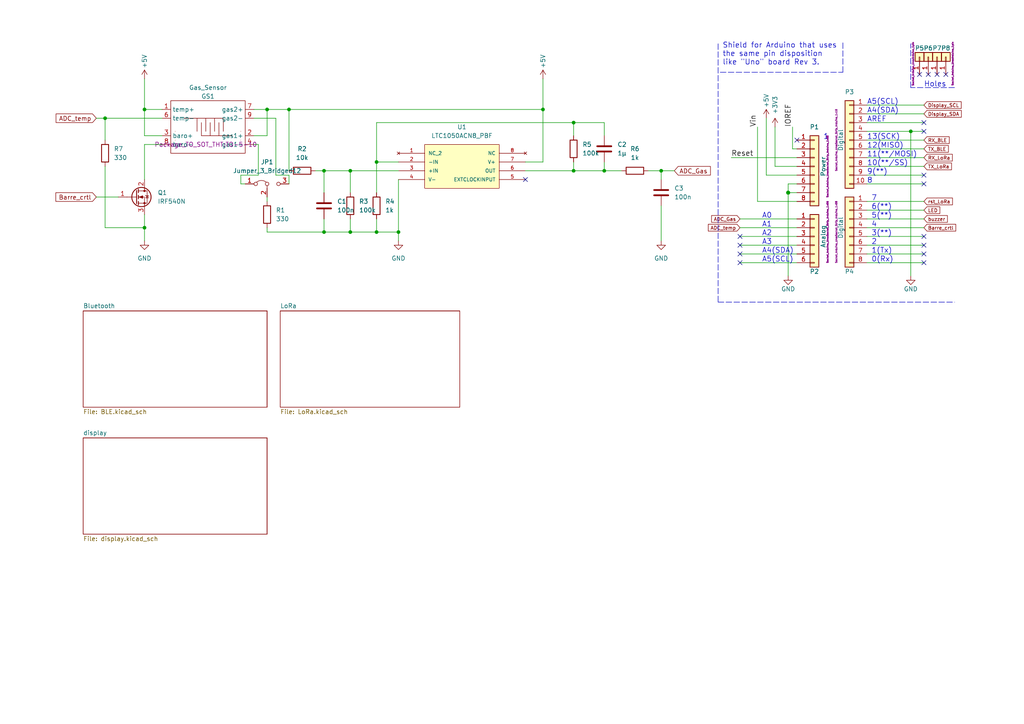
<source format=kicad_sch>
(kicad_sch (version 20211123) (generator eeschema)
  (paper "A4")
  (title_block (date "lun. 30 mars 2015"))
  (lib_symbols
    (symbol "Connector_Generic:Conn_01x01" (pin_names (offset 1.016) hide)
      (property "Reference" "J" (at 0 2.54 0))
      (property "Value" "Conn_01x01" (at 0 -2.54 0))
      (symbol "Conn_01x01_1_1"
        (rectangle (start -1.27 0.127) (end 0 -0.127) (stroke (width 0.1524)))
        (rectangle (start -1.27 1.27) (end 1.27 -1.27) (stroke (width 0.254)) (fill (type background)))
        (pin passive line (at -5.08 0 0) (length 3.81) (name "Pin_1") (number "1"))
      )
    )
    (symbol "Connector_Generic:Conn_01x06" (pin_names (offset 1.016) hide)
      (property "Reference" "J" (at 0 7.62 0))
      (property "Value" "Conn_01x06" (at 0 -10.16 0))
      (symbol "Conn_01x06_1_1"
        (rectangle (start -1.27 -7.493) (end 0 -7.747) (stroke (width 0.1524)))
        (rectangle (start -1.27 -4.953) (end 0 -5.207) (stroke (width 0.1524)))
        (rectangle (start -1.27 -2.413) (end 0 -2.667) (stroke (width 0.1524)))
        (rectangle (start -1.27 0.127) (end 0 -0.127) (stroke (width 0.1524)))
        (rectangle (start -1.27 2.667) (end 0 2.413) (stroke (width 0.1524)))
        (rectangle (start -1.27 5.207) (end 0 4.953) (stroke (width 0.1524)))
        (rectangle (start -1.27 6.35) (end 1.27 -8.89) (stroke (width 0.254)) (fill (type background)))
        (pin passive line (at -5.08 5.08 0) (length 3.81) (name "Pin_1") (number "1"))
        (pin passive line (at -5.08 2.54 0) (length 3.81) (name "Pin_2") (number "2"))
        (pin passive line (at -5.08 0 0) (length 3.81) (name "Pin_3") (number "3"))
        (pin passive line (at -5.08 -2.54 0) (length 3.81) (name "Pin_4") (number "4"))
        (pin passive line (at -5.08 -5.08 0) (length 3.81) (name "Pin_5") (number "5"))
        (pin passive line (at -5.08 -7.62 0) (length 3.81) (name "Pin_6") (number "6"))
      )
    )
    (symbol "Connector_Generic:Conn_01x08" (pin_names (offset 1.016) hide)
      (property "Reference" "J" (at 0 10.16 0))
      (property "Value" "Conn_01x08" (at 0 -12.7 0))
      (symbol "Conn_01x08_1_1"
        (rectangle (start -1.27 -10.033) (end 0 -10.287) (stroke (width 0.1524)))
        (rectangle (start -1.27 -7.493) (end 0 -7.747) (stroke (width 0.1524)))
        (rectangle (start -1.27 -4.953) (end 0 -5.207) (stroke (width 0.1524)))
        (rectangle (start -1.27 -2.413) (end 0 -2.667) (stroke (width 0.1524)))
        (rectangle (start -1.27 0.127) (end 0 -0.127) (stroke (width 0.1524)))
        (rectangle (start -1.27 2.667) (end 0 2.413) (stroke (width 0.1524)))
        (rectangle (start -1.27 5.207) (end 0 4.953) (stroke (width 0.1524)))
        (rectangle (start -1.27 7.747) (end 0 7.493) (stroke (width 0.1524)))
        (rectangle (start -1.27 8.89) (end 1.27 -11.43) (stroke (width 0.254)) (fill (type background)))
        (pin passive line (at -5.08 7.62 0) (length 3.81) (name "Pin_1") (number "1"))
        (pin passive line (at -5.08 5.08 0) (length 3.81) (name "Pin_2") (number "2"))
        (pin passive line (at -5.08 2.54 0) (length 3.81) (name "Pin_3") (number "3"))
        (pin passive line (at -5.08 0 0) (length 3.81) (name "Pin_4") (number "4"))
        (pin passive line (at -5.08 -2.54 0) (length 3.81) (name "Pin_5") (number "5"))
        (pin passive line (at -5.08 -5.08 0) (length 3.81) (name "Pin_6") (number "6"))
        (pin passive line (at -5.08 -7.62 0) (length 3.81) (name "Pin_7") (number "7"))
        (pin passive line (at -5.08 -10.16 0) (length 3.81) (name "Pin_8") (number "8"))
      )
    )
    (symbol "Connector_Generic:Conn_01x10" (pin_names (offset 1.016) hide)
      (property "Reference" "J" (at 0 12.7 0))
      (property "Value" "Conn_01x10" (at 0 -15.24 0))
      (symbol "Conn_01x10_1_1"
        (rectangle (start -1.27 -12.573) (end 0 -12.827) (stroke (width 0.1524)))
        (rectangle (start -1.27 -10.033) (end 0 -10.287) (stroke (width 0.1524)))
        (rectangle (start -1.27 -7.493) (end 0 -7.747) (stroke (width 0.1524)))
        (rectangle (start -1.27 -4.953) (end 0 -5.207) (stroke (width 0.1524)))
        (rectangle (start -1.27 -2.413) (end 0 -2.667) (stroke (width 0.1524)))
        (rectangle (start -1.27 0.127) (end 0 -0.127) (stroke (width 0.1524)))
        (rectangle (start -1.27 2.667) (end 0 2.413) (stroke (width 0.1524)))
        (rectangle (start -1.27 5.207) (end 0 4.953) (stroke (width 0.1524)))
        (rectangle (start -1.27 7.747) (end 0 7.493) (stroke (width 0.1524)))
        (rectangle (start -1.27 10.287) (end 0 10.033) (stroke (width 0.1524)))
        (rectangle (start -1.27 11.43) (end 1.27 -13.97) (stroke (width 0.254)) (fill (type background)))
        (pin passive line (at -5.08 10.16 0) (length 3.81) (name "Pin_1") (number "1"))
        (pin passive line (at -5.08 -12.7 0) (length 3.81) (name "Pin_10") (number "10"))
        (pin passive line (at -5.08 7.62 0) (length 3.81) (name "Pin_2") (number "2"))
        (pin passive line (at -5.08 5.08 0) (length 3.81) (name "Pin_3") (number "3"))
        (pin passive line (at -5.08 2.54 0) (length 3.81) (name "Pin_4") (number "4"))
        (pin passive line (at -5.08 0 0) (length 3.81) (name "Pin_5") (number "5"))
        (pin passive line (at -5.08 -2.54 0) (length 3.81) (name "Pin_6") (number "6"))
        (pin passive line (at -5.08 -5.08 0) (length 3.81) (name "Pin_7") (number "7"))
        (pin passive line (at -5.08 -7.62 0) (length 3.81) (name "Pin_8") (number "8"))
        (pin passive line (at -5.08 -10.16 0) (length 3.81) (name "Pin_9") (number "9"))
      )
    )
    (symbol "Device:C" (pin_numbers hide) (pin_names (offset 0.254))
      (property "Reference" "C" (at 0.635 2.54 0))
      (property "Value" "C" (at 0.635 -2.54 0))
      (symbol "C_0_1"
        (polyline (pts (xy -2.032 -0.762) (xy 2.032 -0.762)) (stroke (width 0.508)))
        (polyline (pts (xy -2.032 0.762) (xy 2.032 0.762)) (stroke (width 0.508)))
      )
      (symbol "C_1_1"
        (pin passive line (at 0 3.81 270) (length 2.794) (name "~") (number "1"))
        (pin passive line (at 0 -3.81 90) (length 2.794) (name "~") (number "2"))
      )
    )
    (symbol "Device:R" (pin_numbers hide) (pin_names (offset 0))
      (property "Reference" "R" (at 2.032 0 90))
      (property "Value" "R" (at 0 0 90))
      (symbol "R_0_1"
        (rectangle (start -1.016 -2.54) (end 1.016 2.54) (stroke (width 0.254)))
      )
      (symbol "R_1_1"
        (pin passive line (at 0 3.81 270) (length 1.27) (name "~") (number "1"))
        (pin passive line (at 0 -3.81 90) (length 1.27) (name "~") (number "2"))
      )
    )
    (symbol "Jumper:Jumper_3_Bridged12" (pin_names (offset 0) hide)
      (property "Reference" "JP" (at -2.54 -2.54 0))
      (property "Value" "Jumper_3_Bridged12" (at 0 2.794 0))
      (symbol "Jumper_3_Bridged12_0_0"
        (circle (center -3.302 0) (radius 0.508))
        (circle (center 0 0) (radius 0.508))
        (circle (center 3.302 0) (radius 0.508))
      )
      (symbol "Jumper_3_Bridged12_0_1"
        (arc (start -0.254 0.508) (mid -1.651 0.9912) (end -3.048 0.508))
        (polyline (pts (xy 0 -1.27) (xy 0 -0.508)))
      )
      (symbol "Jumper_3_Bridged12_1_1"
        (pin passive line (at -6.35 0 0) (length 2.54) (name "A") (number "1"))
        (pin passive line (at 0 -3.81 90) (length 2.54) (name "C") (number "2"))
        (pin passive line (at 6.35 0 180) (length 2.54) (name "B") (number "3"))
      )
    )
    (symbol "LTC1050ACN8_PBF:LTC1050ACN8_PBF" (pin_names (offset 1.016))
      (property "Reference" "U?" (at 19.05 6.35 0))
      (property "Value" "LTC1050ACN8_PBF" (at 19.05 3.81 0))
      (symbol "LTC1050ACN8_PBF_0_0"
        (rectangle (start 7.62 2.54) (end 29.21 -10.16) (stroke (width 0.1524)) (fill (type background)))
        (pin no_connect line (at 0 0 0) (length 7.62) (name "NC_2") (number "1"))
        (pin input line (at 0 -2.54 0) (length 7.62) (name "-IN") (number "2"))
        (pin input line (at 0 -5.08 0) (length 7.62) (name "+IN") (number "3"))
        (pin power_in line (at 0 -7.62 0) (length 7.62) (name "V-") (number "4"))
        (pin input line (at 36.83 -7.62 180) (length 7.62) (name "EXTCLOCKINPUT") (number "5"))
        (pin output line (at 36.83 -5.08 180) (length 7.62) (name "OUT") (number "6"))
        (pin power_in line (at 36.83 -2.54 180) (length 7.62) (name "V+") (number "7"))
        (pin no_connect line (at 36.83 0 180) (length 7.62) (name "NC") (number "8"))
      )
    )
    (symbol "New_Library:Gas_Sensor"
      (property "Reference" "GS1" (at -0.635 13.97 0))
      (property "Value" "Gas_Sensor" (at -0.635 16.51 0))
      (property "Footprint" "Package_TO_SOT_THT:TO-5-10" (at -1.27 0 0))
      (symbol "Gas_Sensor_0_0"
        (pin passive line (at 12.7 10.16 180) (length 2.54) (name "gas2+") (number "7"))
        (pin passive line (at 12.7 7.62 180) (length 2.54) (name "gas2-") (number "9"))
      )
      (symbol "Gas_Sensor_0_1"
        (rectangle (start -10.16 -1.27) (end -10.16 -1.27))
        (rectangle (start -10.16 1.27) (end -10.16 1.27))
        (rectangle (start -10.16 3.81) (end -10.16 3.81))
        (polyline (pts (xy -2.54 6.35) (xy -2.54 2.54) (xy 5.08 2.54) (xy 2.54 2.54) (xy 2.54 6.35) (xy 2.54 2.54) (xy 0 2.54) (xy 0 6.35) (xy 0 2.54) (xy 6.35 2.54)))
        (polyline (pts (xy -6.35 7.62) (xy -7.62 7.62) (xy -6.35 7.62) (xy 3.81 7.62) (xy 3.81 3.81) (xy 3.81 7.62) (xy 1.27 7.62) (xy 1.27 3.81) (xy 1.27 7.62) (xy -1.27 7.62) (xy -1.27 3.81) (xy -1.27 7.62) (xy -3.81 7.62) (xy -3.81 3.81)))
        (rectangle (start 8.89 1.27) (end 8.89 1.27))
        (rectangle (start 8.89 3.81) (end 8.89 3.81))
        (rectangle (start 10.16 -2.54) (end -11.43 12.7))
      )
      (symbol "Gas_Sensor_1_1"
        (pin passive line (at -13.97 10.16 0) (length 2.54) (name "temp+") (number "1"))
        (pin passive line (at 12.7 2.54 180) (length 2.54) (name "gas1+") (number "2"))
        (pin passive line (at -13.97 2.54 0) (length 2.54) (name "baro+") (number "3"))
        (pin passive line (at 12.7 0 180) (length 2.54) (name "gas1-") (number "4"))
        (pin passive line (at -13.97 7.62 0) (length 2.54) (name "temp-") (number "6"))
        (pin passive line (at -13.97 0 0) (length 2.54) (name "baro-") (number "8"))
      )
    )
    (symbol "Transistor_FET:IRF540N" (pin_names hide)
      (property "Reference" "Q" (at 6.35 1.905 0))
      (property "Value" "IRF540N" (at 6.35 0 0))
      (symbol "IRF540N_0_1"
        (polyline (pts (xy 0.254 0) (xy -2.54 0)))
        (polyline (pts (xy 0.254 1.905) (xy 0.254 -1.905)) (stroke (width 0.254)))
        (polyline (pts (xy 0.762 -1.27) (xy 0.762 -2.286)) (stroke (width 0.254)))
        (polyline (pts (xy 0.762 0.508) (xy 0.762 -0.508)) (stroke (width 0.254)))
        (polyline (pts (xy 0.762 2.286) (xy 0.762 1.27)) (stroke (width 0.254)))
        (polyline (pts (xy 2.54 2.54) (xy 2.54 1.778)))
        (polyline (pts (xy 2.54 -2.54) (xy 2.54 0) (xy 0.762 0)))
        (polyline (pts (xy 0.762 -1.778) (xy 3.302 -1.778) (xy 3.302 1.778) (xy 0.762 1.778)))
        (polyline (pts (xy 1.016 0) (xy 2.032 0.381) (xy 2.032 -0.381) (xy 1.016 0)) (fill (type outline)))
        (polyline (pts (xy 2.794 0.508) (xy 2.921 0.381) (xy 3.683 0.381) (xy 3.81 0.254)))
        (polyline (pts (xy 3.302 0.381) (xy 2.921 -0.254) (xy 3.683 -0.254) (xy 3.302 0.381)))
        (circle (center 1.651 0) (radius 2.794) (stroke (width 0.254)))
        (circle (center 2.54 -1.778) (radius 0.254) (fill (type outline)))
        (circle (center 2.54 1.778) (radius 0.254) (fill (type outline)))
      )
      (symbol "IRF540N_1_1"
        (pin input line (at -5.08 0 0) (length 2.54) (name "G") (number "1"))
        (pin passive line (at 2.54 5.08 270) (length 2.54) (name "D") (number "2"))
        (pin passive line (at 2.54 -5.08 90) (length 2.54) (name "S") (number "3"))
      )
    )
    (symbol "power:+3.3V" (power) (pin_names (offset 0))
      (property "Value" "+3.3V" (at 0 3.556 0))
      (symbol "+3.3V_0_1"
        (polyline (pts (xy -0.762 1.27) (xy 0 2.54)))
        (polyline (pts (xy 0 0) (xy 0 2.54)))
        (polyline (pts (xy 0 2.54) (xy 0.762 1.27)))
      )
      (symbol "+3.3V_1_1"
        (pin power_in line (at 0 0 90) (length 0) hide (name "+3V3") (number "1"))
      )
    )
    (symbol "power:+5V" (power) (pin_names (offset 0))
      (property "Value" "+5V" (at 0 3.556 0))
      (symbol "+5V_0_1"
        (polyline (pts (xy -0.762 1.27) (xy 0 2.54)))
        (polyline (pts (xy 0 0) (xy 0 2.54)))
        (polyline (pts (xy 0 2.54) (xy 0.762 1.27)))
      )
      (symbol "+5V_1_1"
        (pin power_in line (at 0 0 90) (length 0) hide (name "+5V") (number "1"))
      )
    )
    (symbol "power:GND" (power) (pin_names (offset 0))
      (property "Value" "GND" (at 0 -3.81 0))
      (symbol "GND_0_1"
        (polyline (pts (xy 0 0) (xy 0 -1.27) (xy 1.27 -1.27) (xy 0 -2.54) (xy -1.27 -1.27) (xy 0 -1.27)))
      )
      (symbol "GND_1_1"
        (pin power_in line (at 0 0 270) (length 0) hide (name "GND") (number "1"))
      )
    )
  )
  (junction (at 175.26 49.53))
  (junction (at 109.22 67.31))
  (junction (at 77.47 31.75))
  (junction (at 166.37 35.56))
  (junction (at 191.77 49.53))
  (junction (at 115.57 67.31))
  (junction (at 166.37 49.53))
  (junction (at 101.6 49.53))
  (junction (at 228.6 55.88) (diameter 1.016))
  (junction (at 41.91 31.75))
  (junction (at 30.48 34.29))
  (junction (at 264.16 38.1))
  (junction (at 93.98 67.31))
  (junction (at 157.48 31.75))
  (junction (at 83.82 31.75))
  (junction (at 93.98 49.53))
  (junction (at 41.91 66.04))
  (junction (at 109.22 46.99))
  (junction (at 101.6 67.31))
  (no_connect (at 214.63 76.2))
  (no_connect (at 267.97 71.12))
  (no_connect (at 267.97 76.2))
  (no_connect (at 214.63 73.66))
  (no_connect (at 271.78 21.59))
  (no_connect (at 267.97 53.34))
  (no_connect (at 266.7 21.59))
  (no_connect (at 267.97 35.56))
  (no_connect (at 214.63 68.58))
  (no_connect (at 269.24 21.59))
  (no_connect (at 274.32 21.59))
  (no_connect (at 267.97 38.1))
  (no_connect (at 214.63 71.12))
  (no_connect (at 231.14 40.64))
  (no_connect (at 267.97 73.66))
  (no_connect (at 152.4 52.07))
  (no_connect (at 267.97 50.8))
  (no_connect (at 267.97 68.58))
  (wire (pts (xy 152.4 46.99) (xy 157.48 46.99)))
  (wire (pts (xy 73.66 34.29) (xy 80.01 34.29)))
  (wire (pts (xy 30.48 48.26) (xy 30.48 66.04)))
  (wire (pts (xy 109.22 35.56) (xy 109.22 46.99)))
  (wire (pts (xy 231.14 48.26) (xy 224.79 48.26)))
  (wire (pts (xy 91.44 49.53) (xy 93.98 49.53)))
  (wire (pts (xy 83.82 31.75) (xy 83.82 49.53)))
  (wire (pts (xy 214.63 71.12) (xy 231.14 71.12)))
  (wire (pts (xy 27.94 57.15) (xy 34.29 57.15)))
  (wire (pts (xy 214.63 66.04) (xy 231.14 66.04)))
  (wire (pts (xy 251.46 68.58) (xy 267.97 68.58)))
  (wire (pts (xy 191.77 59.69) (xy 191.77 69.85)))
  (polyline (pts (xy 244.475 20.955) (xy 244.475 12.065)) (stroke (width 0) (type dash)))
  (wire (pts (xy 30.48 66.04) (xy 41.91 66.04)))
  (wire (pts (xy 251.46 63.5) (xy 267.97 63.5)))
  (wire (pts (xy 109.22 67.31) (xy 115.57 67.31)))
  (wire (pts (xy 83.82 53.34) (xy 83.82 50.8)))
  (wire (pts (xy 77.47 66.04) (xy 77.47 67.31)))
  (wire (pts (xy 251.46 43.18) (xy 267.97 43.18)))
  (wire (pts (xy 73.66 39.37) (xy 77.47 39.37)))
  (wire (pts (xy 73.66 41.91) (xy 74.93 41.91)))
  (wire (pts (xy 228.6 53.34) (xy 228.6 55.88)))
  (wire (pts (xy 175.26 46.99) (xy 175.26 49.53)))
  (wire (pts (xy 264.16 38.1) (xy 264.16 80.01)))
  (wire (pts (xy 231.14 53.34) (xy 228.6 53.34)))
  (wire (pts (xy 71.12 53.34) (xy 69.85 53.34)))
  (wire (pts (xy 251.46 71.12) (xy 267.97 71.12)))
  (wire (pts (xy 109.22 46.99) (xy 109.22 55.88)))
  (wire (pts (xy 77.47 31.75) (xy 77.47 39.37)))
  (wire (pts (xy 109.22 35.56) (xy 166.37 35.56)))
  (wire (pts (xy 69.85 53.34) (xy 69.85 50.8)))
  (wire (pts (xy 251.46 53.34) (xy 267.97 53.34)))
  (wire (pts (xy 229.87 43.18) (xy 231.14 43.18)))
  (wire (pts (xy 115.57 46.99) (xy 109.22 46.99)))
  (wire (pts (xy 231.14 50.8) (xy 222.25 50.8)))
  (wire (pts (xy 228.6 55.88) (xy 228.6 80.01)))
  (wire (pts (xy 77.47 67.31) (xy 93.98 67.31)))
  (wire (pts (xy 109.22 63.5) (xy 109.22 67.31)))
  (wire (pts (xy 251.46 40.64) (xy 267.97 40.64)))
  (wire (pts (xy 41.91 41.91) (xy 41.91 52.07)))
  (wire (pts (xy 251.46 58.42) (xy 267.97 58.42)))
  (wire (pts (xy 74.93 41.91) (xy 74.93 50.8)))
  (wire (pts (xy 46.99 41.91) (xy 41.91 41.91)))
  (wire (pts (xy 30.48 34.29) (xy 30.48 40.64)))
  (wire (pts (xy 101.6 63.5) (xy 101.6 67.31)))
  (wire (pts (xy 115.57 52.07) (xy 115.57 67.31)))
  (wire (pts (xy 73.66 31.75) (xy 77.47 31.75)))
  (wire (pts (xy 101.6 67.31) (xy 109.22 67.31)))
  (wire (pts (xy 231.14 58.42) (xy 219.71 58.42)))
  (wire (pts (xy 157.48 46.99) (xy 157.48 31.75)))
  (wire (pts (xy 166.37 35.56) (xy 175.26 35.56)))
  (wire (pts (xy 166.37 35.56) (xy 166.37 39.37)))
  (wire (pts (xy 166.37 49.53) (xy 175.26 49.53)))
  (wire (pts (xy 41.91 31.75) (xy 41.91 39.37)))
  (wire (pts (xy 115.57 67.31) (xy 115.57 69.85)))
  (wire (pts (xy 264.16 38.1) (xy 267.97 38.1)))
  (wire (pts (xy 93.98 49.53) (xy 93.98 55.88)))
  (wire (pts (xy 214.63 63.5) (xy 231.14 63.5)))
  (wire (pts (xy 27.94 34.29) (xy 30.48 34.29)))
  (wire (pts (xy 191.77 49.53) (xy 191.77 52.07)))
  (wire (pts (xy 214.63 73.66) (xy 231.14 73.66)))
  (polyline (pts (xy 276.86 25.4) (xy 264.16 25.4)) (stroke (width 0) (type dash)))
  (wire (pts (xy 83.82 50.8) (xy 80.01 50.8)))
  (wire (pts (xy 41.91 62.23) (xy 41.91 66.04)))
  (wire (pts (xy 83.82 31.75) (xy 157.48 31.75)))
  (wire (pts (xy 231.14 45.72) (xy 212.09 45.72)))
  (wire (pts (xy 251.46 38.1) (xy 264.16 38.1)))
  (wire (pts (xy 231.14 55.88) (xy 228.6 55.88)))
  (wire (pts (xy 251.46 50.8) (xy 267.97 50.8)))
  (wire (pts (xy 101.6 49.53) (xy 101.6 55.88)))
  (wire (pts (xy 46.99 34.29) (xy 30.48 34.29)))
  (wire (pts (xy 219.71 58.42) (xy 219.71 36.83)))
  (polyline (pts (xy 208.28 87.63) (xy 276.86 87.63)) (stroke (width 0) (type dash)))
  (wire (pts (xy 152.4 49.53) (xy 166.37 49.53)))
  (wire (pts (xy 214.63 76.2) (xy 231.14 76.2)))
  (wire (pts (xy 251.46 73.66) (xy 267.97 73.66)))
  (polyline (pts (xy 264.16 25.4) (xy 264.16 12.7)) (stroke (width 0) (type dash)))
  (wire (pts (xy 251.46 60.96) (xy 267.97 60.96)))
  (wire (pts (xy 93.98 49.53) (xy 101.6 49.53)))
  (wire (pts (xy 93.98 63.5) (xy 93.98 67.31)))
  (wire (pts (xy 222.25 34.29) (xy 222.25 50.8)))
  (wire (pts (xy 251.46 33.02) (xy 267.97 33.02)))
  (wire (pts (xy 251.46 66.04) (xy 267.97 66.04)))
  (wire (pts (xy 41.91 66.04) (xy 41.91 69.85)))
  (wire (pts (xy 251.46 30.48) (xy 267.97 30.48)))
  (wire (pts (xy 251.46 35.56) (xy 267.97 35.56)))
  (polyline (pts (xy 208.28 12.7) (xy 208.28 87.63)) (stroke (width 0) (type dash)))
  (wire (pts (xy 187.96 49.53) (xy 191.77 49.53)))
  (wire (pts (xy 251.46 45.72) (xy 267.97 45.72)))
  (wire (pts (xy 175.26 49.53) (xy 180.34 49.53)))
  (wire (pts (xy 69.85 50.8) (xy 74.93 50.8)))
  (wire (pts (xy 229.87 36.83) (xy 229.87 43.18)))
  (wire (pts (xy 93.98 67.31) (xy 101.6 67.31)))
  (wire (pts (xy 41.91 31.75) (xy 46.99 31.75)))
  (wire (pts (xy 166.37 46.99) (xy 166.37 49.53)))
  (wire (pts (xy 41.91 22.86) (xy 41.91 31.75)))
  (wire (pts (xy 80.01 34.29) (xy 80.01 50.8)))
  (wire (pts (xy 251.46 76.2) (xy 267.97 76.2)))
  (wire (pts (xy 251.46 48.26) (xy 267.97 48.26)))
  (wire (pts (xy 157.48 31.75) (xy 157.48 22.86)))
  (wire (pts (xy 46.99 39.37) (xy 41.91 39.37)))
  (wire (pts (xy 77.47 57.15) (xy 77.47 58.42)))
  (wire (pts (xy 77.47 31.75) (xy 83.82 31.75)))
  (wire (pts (xy 175.26 35.56) (xy 175.26 39.37)))
  (wire (pts (xy 214.63 68.58) (xy 231.14 68.58)))
  (wire (pts (xy 224.79 36.83) (xy 224.79 48.26)))
  (wire (pts (xy 115.57 49.53) (xy 101.6 49.53)))
  (polyline (pts (xy 208.915 20.955) (xy 244.475 20.955)) (stroke (width 0) (type dash)))
  (wire (pts (xy 191.77 49.53) (xy 195.58 49.53)))
  (text "A5(SCL)" (at 220.98 76.2 0) (effects (font (size 1.524 1.524)) (justify left bottom)))
  (text "A5(SCL)" (at 251.46 30.48 0) (effects (font (size 1.524 1.524)) (justify left bottom)))
  (text "6(**)" (at 252.73 60.96 0) (effects (font (size 1.524 1.524)) (justify left bottom)))
  (text "10(**/SS)" (at 251.46 48.26 0) (effects (font (size 1.524 1.524)) (justify left bottom)))
  (text "3(**)" (at 252.73 68.58 0) (effects (font (size 1.524 1.524)) (justify left bottom)))
  (text "2" (at 252.73 71.12 0) (effects (font (size 1.524 1.524)) (justify left bottom)))
  (text "A3" (at 220.98 71.12 0) (effects (font (size 1.524 1.524)) (justify left bottom)))
  (text "0(Rx)" (at 252.73 76.2 0) (effects (font (size 1.524 1.524)) (justify left bottom)))
  (text "9(**)" (at 251.46 50.8 0) (effects (font (size 1.524 1.524)) (justify left bottom)))
  (text "Holes" (at 267.97 25.4 0) (effects (font (size 1.524 1.524)) (justify left bottom)))
  (text "1(Tx)" (at 252.73 73.66 0) (effects (font (size 1.524 1.524)) (justify left bottom)))
  (text "Shield for Arduino that uses\nthe same pin disposition\nlike \"Uno\" board Rev 3." (at 209.55 19.05 0) (effects (font (size 1.524 1.524)) (justify left bottom)))
  (text "8" (at 251.46 53.34 0) (effects (font (size 1.524 1.524)) (justify left bottom)))
  (text "5(**)" (at 252.73 63.5 0) (effects (font (size 1.524 1.524)) (justify left bottom)))
  (text "A2" (at 220.98 68.58 0) (effects (font (size 1.524 1.524)) (justify left bottom)))
  (text "7" (at 252.73 58.42 0) (effects (font (size 1.524 1.524)) (justify left bottom)))
  (text "A0" (at 220.98 63.5 0) (effects (font (size 1.524 1.524)) (justify left bottom)))
  (text "12(MISO)" (at 251.46 43.18 0) (effects (font (size 1.524 1.524)) (justify left bottom)))
  (text "A4(SDA)" (at 220.98 73.66 0) (effects (font (size 1.524 1.524)) (justify left bottom)))
  (text "4" (at 252.73 66.04 0) (effects (font (size 1.524 1.524)) (justify left bottom)))
  (text "AREF" (at 251.46 35.56 0) (effects (font (size 1.524 1.524)) (justify left bottom)))
  (text "A1" (at 220.98 66.04 0) (effects (font (size 1.524 1.524)) (justify left bottom)))
  (text "A4(SDA)" (at 251.46 33.02 0) (effects (font (size 1.524 1.524)) (justify left bottom)))
  (text "1" (at 238.76 40.64 0) (effects (font (size 1.524 1.524)) (justify left bottom)))
  (text "13(SCK)" (at 251.46 40.64 0) (effects (font (size 1.524 1.524)) (justify left bottom)))
  (text "11(**/MOSI)" (at 251.46 45.72 0) (effects (font (size 1.524 1.524)) (justify left bottom)))
  (label "Vin" (at 219.71 36.83 90) (effects (font (size 1.524 1.524))))
  (label "Reset" (at 212.09 45.72 0) (effects (font (size 1.524 1.524))))
  (label "IOREF" (at 229.87 36.83 90) (effects (font (size 1.524 1.524))))
  (global_label "Display_SCL" (shape input) (at 267.97 30.48 0) (effects (font (size 1 1))) (property "Intersheet References" "${INTERSHEET_REFS}" (effects hide)))
  (global_label "buzzer" (shape input) (at 267.97 63.5 0) (effects (font (size 1 1))) (property "Intersheet References" "${INTERSHEET_REFS}" (effects hide)))
  (global_label "ADC_temp" (shape input) (at 214.63 66.04 180) (effects (font (size 1 1))) (property "Intersheet References" "${INTERSHEET_REFS}" (effects hide)))
  (global_label "Barre_crtl" (shape input) (at 267.97 66.04 0) (effects (font (size 1 1))) (property "Intersheet References" "${INTERSHEET_REFS}" (effects hide)))
  (global_label "TX_BLE" (shape input) (at 267.97 43.18 0) (effects (font (size 1 1))) (property "Intersheet References" "${INTERSHEET_REFS}" (effects hide)))
  (global_label "TX_LoRa" (shape input) (at 267.97 48.26 0) (effects (font (size 1 1))) (property "Intersheet References" "${INTERSHEET_REFS}" (effects hide)))
  (global_label "rst_LoRa" (shape input) (at 267.97 58.42 0) (effects (font (size 1 1))) (property "Intersheet References" "${INTERSHEET_REFS}" (effects hide)))
  (global_label "ADC_Gas" (shape input) (at 195.58 49.53 0) (property "Intersheet References" "${INTERSHEET_REFS}" (effects hide)))
  (global_label "RX_BLE" (shape input) (at 267.97 40.64 0) (effects (font (size 1 1))) (property "Intersheet References" "${INTERSHEET_REFS}" (effects hide)))
  (global_label "Barre_crtl" (shape input) (at 27.94 57.15 180) (property "Intersheet References" "${INTERSHEET_REFS}" (effects hide)))
  (global_label "RX_LoRa" (shape input) (at 267.97 45.72 0) (effects (font (size 1 1))) (property "Intersheet References" "${INTERSHEET_REFS}" (effects hide)))
  (global_label "ADC_Gas" (shape input) (at 214.63 63.5 180) (effects (font (size 1 1))) (property "Intersheet References" "${INTERSHEET_REFS}" (effects hide)))
  (global_label "Display_SDA" (shape input) (at 267.97 33.02 0) (effects (font (size 1 1))) (property "Intersheet References" "${INTERSHEET_REFS}" (effects hide)))
  (global_label "LED" (shape input) (at 267.97 60.96 0) (effects (font (size 1 1))) (property "Intersheet References" "${INTERSHEET_REFS}" (effects hide)))
  (global_label "ADC_temp" (shape input) (at 27.94 34.29 180) (property "Intersheet References" "${INTERSHEET_REFS}" (effects hide)))
  (symbol (lib_id "Connector_Generic:Conn_01x08") (at 236.22 48.26 0) (unit 1)
    (property "Reference" "P1" (at 236.22 36.83 0))
    (property "Value" "Power" (at 238.76 48.26 90))
    (property "Footprint" "Socket_Arduino_Uno:Socket_Strip_Arduino_1x08" (at 240.03 48.26 90) (effects (font (size 0.508 0.508))))
  )
  (symbol (lib_id "power:+3.3V") (at 224.79 36.83 0) (unit 1)
    (property "Reference" "#PWR01" (effects hide))
    (property "Value" "+3.3V" (at 224.79 30.48 90))
  )
  (symbol (lib_id "power:+5V") (at 222.25 34.29 0) (unit 1)
    (property "Reference" "#PWR0101" (effects hide))
    (property "Value" "+5V" (at 222.25 29.21 90))
  )
  (symbol (lib_id "power:GND") (at 228.6 80.01 0) (unit 1)
    (property "Reference" "#PWR03" (effects hide))
    (property "Value" "GND" (at 228.6 83.82 0))
  )
  (symbol (lib_id "power:GND") (at 264.16 80.01 0) (unit 1)
    (property "Reference" "#PWR04" (effects hide))
    (property "Value" "GND" (at 264.16 83.82 0))
  )
  (symbol (lib_id "Connector_Generic:Conn_01x06") (at 236.22 68.58 0) (unit 1)
    (property "Reference" "P2" (at 236.22 78.74 0))
    (property "Value" "Analog" (at 238.76 68.58 90))
    (property "Footprint" "Socket_Arduino_Uno:Socket_Strip_Arduino_1x06" (at 240.03 67.31 90) (effects (font (size 0.508 0.508))))
  )
  (symbol (lib_id "Connector_Generic:Conn_01x01") (at 266.7 16.51 90) (unit 1)
    (property "Reference" "P5" (at 266.7 13.97 90))
    (property "Value" "CONN_01X01" (effects hide))
    (property "Footprint" "Socket_Arduino_Uno:Arduino_1pin" (at 264.8204 18.5166 0) (effects (font (size 0.508 0.508))))
  )
  (symbol (lib_id "Connector_Generic:Conn_01x01") (at 269.24 16.51 90) (unit 1)
    (property "Reference" "P6" (at 269.24 13.97 90))
    (property "Value" "CONN_01X01" (effects hide))
    (property "Footprint" "Socket_Arduino_Uno:Arduino_1pin" (effects hide))
  )
  (symbol (lib_id "Connector_Generic:Conn_01x01") (at 271.78 16.51 90) (unit 1)
    (property "Reference" "P7" (at 271.78 13.97 90))
    (property "Value" "CONN_01X01" (effects hide))
    (property "Footprint" "Socket_Arduino_Uno:Arduino_1pin" (effects hide))
  )
  (symbol (lib_id "Connector_Generic:Conn_01x01") (at 274.32 16.51 90) (unit 1)
    (property "Reference" "P8" (at 274.32 13.97 90))
    (property "Value" "CONN_01X01" (effects hide))
    (property "Footprint" "Socket_Arduino_Uno:Arduino_1pin" (at 276.3012 18.4404 0) (effects (font (size 0.508 0.508))))
  )
  (symbol (lib_id "Connector_Generic:Conn_01x08") (at 246.38 66.04 0) (mirror y) (unit 1)
    (property "Reference" "P4" (at 246.38 78.74 0))
    (property "Value" "Digital" (at 243.84 66.04 90))
    (property "Footprint" "Socket_Arduino_Uno:Socket_Strip_Arduino_1x08" (at 242.57 67.31 90) (effects (font (size 0.508 0.508))))
  )
  (symbol (lib_id "Connector_Generic:Conn_01x10") (at 246.38 40.64 0) (mirror y) (unit 1)
    (property "Reference" "P3" (at 246.38 26.67 0))
    (property "Value" "Digital" (at 243.84 40.64 90))
    (property "Footprint" "Socket_Arduino_Uno:Socket_Strip_Arduino_1x10" (at 242.57 40.64 90) (effects (font (size 0.508 0.508))))
  )
  (symbol (lib_id "LTC1050ACN8_PBF:LTC1050ACN8_PBF") (at 115.57 44.45 0) (unit 1)
    (property "Reference" "U1" (at 133.985 36.83 0))
    (property "Value" "LTC1050ACN8_PBF" (at 133.985 39.37 0))
    (property "Footprint" "Package_DIP:DIP-8_W7.62mm" (effects hide))
    (property "MF" "Analog Devices" (effects hide))
    (property "VENDOR" "Linear Technology" (effects hide))
    (property "Description" "\n                        \n                            LTC1050 - Precision Zero-Drift Operational Amplifier with Internal Capacitors\n                        \n" (effects hide))
    (property "COPYRIGHT" "Copyright C 2016 Accelerated Designs. All rights reserved" (effects hide))
    (property "Package" "PDIP-8 Linear Technology" (effects hide))
    (property "Price" "None" (effects hide))
    (property "Check_prices" "https://www.snapeda.com/parts/LTC1050ACN8%23PBF/Analog+Devices/view-part/?ref=eda" (effects hide))
    (property "SnapEDA_Link" "https://www.snapeda.com/parts/LTC1050ACN8%23PBF/Analog+Devices/view-part/?ref=snap" (effects hide))
    (property "MP" "LTC1050ACN8#PBF" (effects hide))
    (property "Availability" "In Stock" (effects hide))
    (property "MANUFACTURER_PART_NUMBER" "ltc1050acn8" (effects hide))
  )
  (symbol (lib_id "Device:R") (at 184.15 49.53 270) (unit 1)
    (property "Reference" "R6" (at 184.15 43.18 90))
    (property "Value" "1k" (at 184.15 45.72 90))
    (property "Footprint" "Resistor_THT:R_Axial_DIN0204_L3.6mm_D1.6mm_P2.54mm_Vertical" (effects hide))
  )
  (symbol (lib_id "power:GND") (at 41.91 69.85 0) (unit 1)
    (property "Reference" "#PWR06" (effects hide))
    (property "Value" "GND" (at 41.91 74.93 0))
  )
  (symbol (lib_id "New_Library:Gas_Sensor") (at 60.96 41.91 0) (unit 1)
    (property "Reference" "GS1" (at 60.325 27.94 0))
    (property "Value" "Gas_Sensor" (at 60.325 25.4 0))
    (property "Footprint" "Package_TO_SOT_THT:TO-5-10" (at 59.69 41.91 0))
  )
  (symbol (lib_id "Device:R") (at 87.63 49.53 90) (unit 1)
    (property "Reference" "R2" (at 87.63 43.18 90))
    (property "Value" "10k" (at 87.63 45.72 90))
    (property "Footprint" "Resistor_THT:R_Axial_DIN0204_L3.6mm_D1.6mm_P2.54mm_Vertical" (effects hide))
  )
  (symbol (lib_id "Jumper:Jumper_3_Bridged12") (at 77.47 53.34 0) (unit 1)
    (property "Reference" "JP1" (at 77.47 46.99 0))
    (property "Value" "Jumper_3_Bridged12" (at 77.47 49.53 0))
    (property "Footprint" "Connector_PinSocket_2.54mm:PinSocket_1x03_P2.54mm_Vertical" (effects hide))
  )
  (symbol (lib_id "Device:R") (at 166.37 43.18 180) (unit 1)
    (property "Reference" "R5" (at 168.91 41.9099 0) (effects (justify right)))
    (property "Value" "100k" (at 168.91 44.4499 0) (effects (justify right)))
    (property "Footprint" "Resistor_THT:R_Axial_DIN0204_L3.6mm_D1.6mm_P2.54mm_Vertical" (effects hide))
  )
  (symbol (lib_id "Device:C") (at 175.26 43.18 0) (unit 1)
    (property "Reference" "C2" (at 179.07 41.9099 0) (effects (justify left)))
    (property "Value" "1µ" (at 179.07 44.4499 0) (effects (justify left)))
    (property "Footprint" "Capacitor_THT:C_Rect_L9.0mm_W3.6mm_P7.50mm_MKT" (effects hide))
  )
  (symbol (lib_id "Device:R") (at 77.47 62.23 180) (unit 1)
    (property "Reference" "R1" (at 80.01 60.9599 0) (effects (justify right)))
    (property "Value" "330" (at 80.01 63.4999 0) (effects (justify right)))
    (property "Footprint" "Resistor_THT:R_Axial_DIN0204_L3.6mm_D1.6mm_P2.54mm_Vertical" (effects hide))
  )
  (symbol (lib_id "Device:C") (at 191.77 55.88 0) (unit 1)
    (property "Reference" "C3" (at 195.58 54.6099 0) (effects (justify left)))
    (property "Value" "100n" (at 195.58 57.1499 0) (effects (justify left)))
    (property "Footprint" "Capacitor_THT:C_Disc_D3.0mm_W1.6mm_P2.50mm" (effects hide))
  )
  (symbol (lib_id "power:GND") (at 115.57 69.85 0) (unit 1)
    (property "Reference" "#PWR07" (effects hide))
    (property "Value" "GND" (at 115.57 74.93 0))
  )
  (symbol (lib_id "Device:R") (at 109.22 59.69 180) (unit 1)
    (property "Reference" "R4" (at 111.76 58.4199 0) (effects (justify right)))
    (property "Value" "1k" (at 111.76 60.9599 0) (effects (justify right)))
    (property "Footprint" "Resistor_THT:R_Axial_DIN0204_L3.6mm_D1.6mm_P2.54mm_Vertical" (effects hide))
  )
  (symbol (lib_id "Device:R") (at 30.48 44.45 0) (unit 1)
    (property "Reference" "R7" (at 33.02 43.1799 0) (effects (justify left)))
    (property "Value" "330" (at 33.02 45.7199 0) (effects (justify left)))
    (property "Footprint" "Resistor_THT:R_Axial_DIN0204_L3.6mm_D1.6mm_P2.54mm_Vertical" (effects hide))
  )
  (symbol (lib_id "power:GND") (at 191.77 69.85 0) (unit 1)
    (property "Reference" "#PWR09" (effects hide))
    (property "Value" "GND" (at 191.77 74.93 0))
  )
  (symbol (lib_id "power:+5V") (at 41.91 22.86 0) (unit 1)
    (property "Reference" "#PWR05" (effects hide))
    (property "Value" "+5V" (at 41.91 17.78 90))
  )
  (symbol (lib_id "Device:R") (at 101.6 59.69 0) (unit 1)
    (property "Reference" "R3" (at 104.14 58.4199 0) (effects (justify left)))
    (property "Value" "100k" (at 104.14 60.9599 0) (effects (justify left)))
    (property "Footprint" "Resistor_THT:R_Axial_DIN0204_L3.6mm_D1.6mm_P2.54mm_Vertical" (effects hide))
  )
  (symbol (lib_id "Device:C") (at 93.98 59.69 0) (unit 1)
    (property "Reference" "C1" (at 97.79 58.4199 0) (effects (justify left)))
    (property "Value" "100n" (at 97.79 60.9599 0) (effects (justify left)))
    (property "Footprint" "Capacitor_THT:C_Disc_D3.0mm_W1.6mm_P2.50mm" (effects hide))
  )
  (symbol (lib_id "Transistor_FET:IRF540N") (at 39.37 57.15 0) (unit 1)
    (property "Reference" "Q1" (at 45.72 55.8799 0) (effects (justify left)))
    (property "Value" "IRF540N" (at 45.72 58.4199 0) (effects (justify left)))
    (property "Footprint" "Package_TO_SOT_THT:TO-220-3_Vertical" (effects hide))
    (property "Datasheet" "http://www.irf.com/product-info/datasheets/data/irf540n.pdf" (effects hide))
  )
  (symbol (lib_id "power:+5V") (at 157.48 22.86 0) (unit 1)
    (property "Reference" "#PWR02" (effects hide))
    (property "Value" "+5V" (at 157.48 17.78 90))
  )
  (sheet (at 81.28 90.17) (size 52.07 27.94) (stroke (width 0.1524))
    (property "Sheet name" "LoRa" (at 81.28 89.4584 0) (effects (justify left bottom)))
    (property "Sheet file" "LoRa.kicad_sch" (at 81.28 118.6946 0) (effects (justify left top)))
  )
  (sheet (at 24.13 90.17) (size 53.34 27.94) (stroke (width 0.1524))
    (property "Sheet name" "Bluetooth" (at 24.13 89.4584 0) (effects (justify left bottom)))
    (property "Sheet file" "BLE.kicad_sch" (at 24.13 118.6946 0) (effects (justify left top)))
  )
  (sheet (at 24.13 127) (size 53.34 27.94) (stroke (width 0.1524))
    (property "Sheet name" "display" (at 24.13 126.2884 0) (effects (justify left bottom)))
    (property "Sheet file" "display.kicad_sch" (at 24.13 155.5246 0) (effects (justify left top)))
  )
)
</source>
